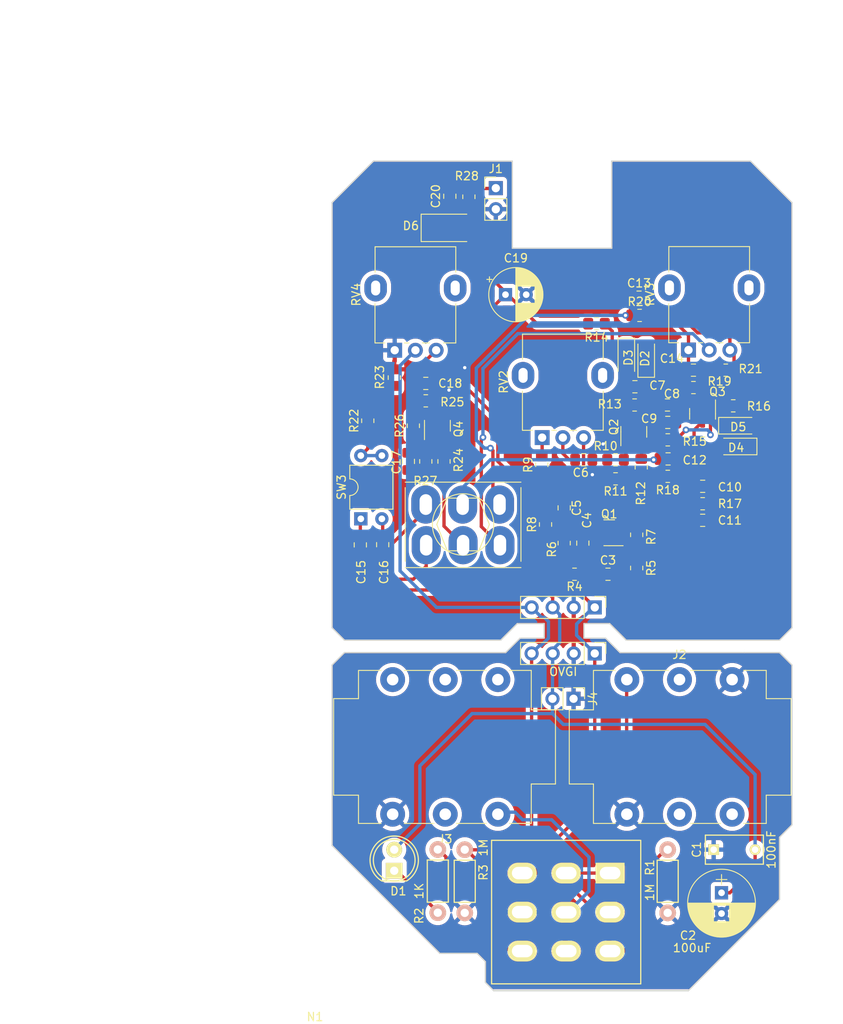
<source format=kicad_pcb>
(kicad_pcb (version 20221018) (generator pcbnew)
  (layers (0 "F.Cu" signal) (31 "B.Cu" signal) (34 "B.Paste" user) (35 "F.Paste" user) (36 "B.SilkS" user "B.Silkscreen") (37 "F.SilkS" user "F.Silkscreen") (38 "B.Mask" user) (39 "F.Mask" user) (44 "Edge.Cuts" user))
  (net 0 "")
  (net 1 "GND")
  (net 2 "+9V")
  (net 3 "Net-(D1-K)")
  (net 4 "O")
  (net 5 "I")
  (net 6 "Net-(SW1C-C)")
  (net 7 "Net-(C3-Pad1)")
  (net 8 "Net-(Q1-B)")
  (net 9 "Net-(Q1-C)")
  (net 10 "Net-(SW1A-A)")
  (net 13 "Net-(C5-Pad2)")
  (net 14 "Net-(C6-Pad1)")
  (net 15 "Net-(C6-Pad2)")
  (net 17 "Net-(SW1A-B)")
  (net 21 "Net-(SW1B-B)")
  (net 23 "Net-(D2-K)")
  (net 24 "Net-(Q2-C)")
  (net 25 "Net-(D2-A)")
  (net 26 "Net-(C9-Pad2)")
  (net 27 "Net-(D4-A)")
  (net 28 "Net-(Q3-C)")
  (net 29 "Net-(D4-K)")
  (net 30 "A")
  (net 31 "Net-(SW2A-C)")
  (net 32 "Net-(C13-Pad2)")
  (net 33 "Net-(C14-Pad2)")
  (net 34 "Net-(SW2A-A)")
  (net 35 "Net-(C15-Pad2)")
  (net 36 "Net-(C16-Pad2)")
  (net 37 "Net-(Q4-B)")
  (net 38 "Net-(SW2B-B)")
  (net 39 "Net-(C18-Pad1)")
  (net 40 "Net-(Q4-C)")
  (net 41 "VP")
  (net 42 "Net-(Q1-E)")
  (net 43 "Net-(Q2-E)")
  (net 44 "Net-(Q3-E)")
  (net 45 "Net-(Q4-E)")
  (net 46 "Net-(R9-Pad2)")
  (net 47 "Net-(R22-Pad1)")
  (net 48 "Net-(SW2B-A)")
  (net 49 "Net-(SW2B-C)")
  (footprint "Pedal-Components:3PDT-Footswitch" (layer "F.Cu") (at 143.25 142.525 180)
    (fp_text reference "SW1" hide)
    (fp_text value "SW_3PDT" hide)
  )
  (footprint "Connector_Audio:Jack_6.35mm_Neutrik_NMJ6HCD2_Horizontal" (layer "F.Cu") (at 135.01 130.73 180)
    (fp_text reference "J3")
    (fp_text value "NMJ6HCD2")
  )
  (footprint "Connector_PinHeader_2.54mm:PinHeader_1x02_P2.54mm_Vertical" (layer "F.Cu") (at 134.76 55.26)
    (fp_text reference "J1")
    (fp_text value "V+ GND")
  )
  (footprint "Pin_Headers:Pin_Header_Straight_1x04_Pitch2.54mm" (layer "F.Cu") (at 146.7 111.35 -90)
    (fp_text reference "JOVGI1" hide)
    (fp_text value "OVGI")
  )
  (footprint "Pin_Headers:Pin_Header_Straight_1x04_Pitch2.54mm" (layer "F.Cu") (at 146.7 105.8 -90)
    (fp_text reference "JOVGI2" hide)
    (fp_text value "OVGI" hide)
  )
  (footprint "Capacitors_THT:CP_Radial_D8.0mm_P2.50mm" (layer "F.Cu") (at 162 140.2 -90)
    (fp_text reference "C2")
    (fp_text value "100uF")
  )
  (footprint "LEDs:LED-5MM" (layer "F.Cu") (at 122.5 137.54 90)
    (fp_text reference "D1")
    (fp_text value "LED" hide)
  )
  (footprint "Resistors_ThroughHole:Resistor_Horizontal_RM7mm" (layer "F.Cu") (at 155.5 135 -90)
    (fp_text reference "R1")
    (fp_text value "1M")
  )
  (footprint "Resistors_ThroughHole:Resistor_Horizontal_RM7mm" (layer "F.Cu") (at 127.76 142.6 90)
    (fp_text reference "R2")
    (fp_text value "1K")
  )
  (footprint "Resistors_ThroughHole:Resistor_Horizontal_RM7mm" (layer "F.Cu") (at 131.01 135 -90)
    (fp_text reference "R3")
    (fp_text value "1M")
  )
  (footprint "Capacitors_ThroughHole:C_Rect_L7_W3.5_P5" (layer "F.Cu") (at 161.05 135)
    (fp_text reference "C1")
    (fp_text value "100nF")
  )
  (footprint "Connector_PinHeader_2.54mm:PinHeader_1x02_P2.54mm_Vertical" (layer "F.Cu") (at 144.14 116.81 -90)
    (fp_text reference "J4")
    (fp_text value "V+ GND")
  )
  (footprint "Connector_Audio:Jack_6.35mm_Neutrik_NMJ6HCD2_Horizontal" (layer "F.Cu") (at 150.575 114.5)
    (fp_text reference "J2")
    (fp_text value "NMJ6HCD2")
  )
  (footprint "Capacitor_SMD:C_0805_2012Metric_Pad1.18x1.45mm_HandSolder" (layer "F.Cu") (at 121.11 98.2375 90)
    (fp_text reference "C16")
    (fp_text value "10n")
  )
  (footprint "Capacitor_SMD:C_0805_2012Metric_Pad1.18x1.45mm_HandSolder" (layer "F.Cu") (at 124.21 88.2 -90)
    (fp_text reference "C17")
    (fp_text value "100n")
  )
  (footprint "Capacitor_SMD:C_0805_2012Metric_Pad1.18x1.45mm_HandSolder" (layer "F.Cu") (at 145.3725 88)
    (fp_text reference "C6")
    (fp_text value "100n")
  )
  (footprint "Capacitor_SMD:C_0805_2012Metric_Pad1.18x1.45mm_HandSolder" (layer "F.Cu") (at 158.61 77.2 180)
    (fp_text reference "C14")
    (fp_text value "10n")
  )
  (footprint "Potentiometer_THT:Potentiometer_Alpha_RD901F-40-00D_Single_Vertical" (layer "F.Cu") (at 140.35 85.33 90)
    (fp_text reference "RV2")
    (fp_text value "100kB")
  )
  (footprint "Pedal-Components:SW_Toggle_Blue_wSlots_1" (layer "F.Cu") (at 130.81 95.8)
    (fp_text reference "SW2" hide)
    (fp_text value "SW_DPDT_x2")
  )
  (footprint "Diode_SMD:D_SMA" (layer "F.Cu") (at 129.26 60.05)
    (fp_text reference "D6")
    (fp_text value "US1G")
  )
  (footprint "Capacitor_SMD:C_0805_2012Metric_Pad1.18x1.45mm_HandSolder" (layer "F.Cu") (at 155.5475 87.9 180)
    (fp_text reference "C12")
    (fp_text value "100n")
  )
  (footprint "Resistor_SMD:R_0805_2012Metric_Pad1.20x1.40mm_HandSolder" (layer "F.Cu") (at 159.7225 93.3 180)
    (fp_text reference "R17")
    (fp_text value "470k")
  )
  (footprint "Package_TO_SOT_SMD:SOT-23" (layer "F.Cu") (at 148.4475 96.8 180)
    (fp_text reference "Q1")
    (fp_text value "BC849")
  )
  (footprint "Capacitor_SMD:C_0805_2012Metric_Pad1.18x1.45mm_HandSolder" (layer "F.Cu") (at 151.5475 79.2)
    (fp_text reference "C7")
    (fp_text value "470p")
  )
  (footprint "Capacitor_THT:CP_Radial_D6.3mm_P2.50mm" (layer "F.Cu") (at 135.927621 68.1)
    (fp_text reference "C19")
    (fp_text value "100u")
  )
  (footprint "Resistor_SMD:R_0805_2012Metric_Pad1.20x1.40mm_HandSolder" (layer "F.Cu") (at 151.76 97.05 90)
    (fp_text reference "R7")
    (fp_text value "100R")
  )
  (footprint "Resistor_SMD:R_0805_2012Metric_Pad1.20x1.40mm_HandSolder" (layer "F.Cu") (at 128.51 88.2 90)
    (fp_text reference "R24")
    (fp_text value "2k7")
  )
  (footprint "Resistor_SMD:R_0805_2012Metric_Pad1.20x1.40mm_HandSolder" (layer "F.Cu") (at 163.41 81.5 180)
    (fp_text reference "R16")
    (fp_text value "100k")
  )
  (footprint "Capacitor_SMD:C_0805_2012Metric_Pad1.18x1.45mm_HandSolder" (layer "F.Cu") (at 143.01 93.8 90)
    (fp_text reference "C5")
    (fp_text value "100n")
  )
  (footprint "Resistor_SMD:R_0805_2012Metric_Pad1.20x1.40mm_HandSolder" (layer "F.Cu") (at 119.31 83.3 90)
    (fp_text reference "R22")
    (fp_text value "47k")
  )
  (footprint "Resistor_SMD:R_0805_2012Metric_Pad1.20x1.40mm_HandSolder" (layer "F.Cu") (at 149.21 88)
    (fp_text reference "R10")
    (fp_text value "8k2")
  )
  (footprint "Resistor_SMD:R_0805_2012Metric_Pad1.20x1.40mm_HandSolder" (layer "F.Cu") (at 155.51 85.6)
    (fp_text reference "R15")
    (fp_text value "8k2")
  )
  (footprint "Capacitor_SMD:C_0805_2012Metric_Pad1.18x1.45mm_HandSolder" (layer "F.Cu") (at 152.0475 68.4)
    (fp_text reference "C13")
    (fp_text value "3n9")
  )
  (footprint "Diode_SMD:D_SOD-123" (layer "F.Cu") (at 152.91 75.7 90)
    (fp_text reference "D2")
    (fp_text value "1N4148W")
  )
  (footprint "Capacitor_SMD:C_0805_2012Metric_Pad1.18x1.45mm_HandSolder" (layer "F.Cu") (at 159.7225 91.2 180)
    (fp_text reference "C10")
    (fp_text value "470p")
  )
  (footprint "Resistor_SMD:R_0805_2012Metric_Pad1.20x1.40mm_HandSolder" (layer "F.Cu") (at 162.51 77.2)
    (fp_text reference "R21")
    (fp_text value "33k")
  )
  (footprint "Resistor_SMD:R_0805_2012Metric_Pad1.20x1.40mm_HandSolder" (layer "F.Cu") (at 152.31 88.9 90)
    (fp_text reference "R12")
    (fp_text value "100R")
  )
  (footprint "Resistor_SMD:R_0805_2012Metric_Pad1.20x1.40mm_HandSolder" (layer "F.Cu") (at 146.91 71.6 180)
    (fp_text reference "R14")
    (fp_text value "12k")
  )
  (footprint "Resistor_SMD:R_0805_2012Metric_Pad1.20x1.40mm_HandSolder" (layer "F.Cu") (at 140.31 88.6 90)
    (fp_text reference "R9")
    (fp_text value "560R")
  )
  (footprint "Resistor_SMD:R_0805_2012Metric_Pad1.20x1.40mm_HandSolder" (layer "F.Cu") (at 131.51 56.3 -90)
    (fp_text reference "R28")
    (fp_text value "100R")
  )
  (footprint "Resistor_SMD:R_0805_2012Metric_Pad1.20x1.40mm_HandSolder" (layer "F.Cu") (at 143.01 98.05 90)
    (fp_text reference "R6")
    (fp_text value "470k")
  )
  (footprint "Capacitor_SMD:C_0805_2012Metric_Pad1.18x1.45mm_HandSolder" (layer "F.Cu") (at 129.21 56.2375 -90)
    (fp_text reference "C20")
    (fp_text value "100n")
  )
  (footprint "Diode_SMD:D_SOD-123" (layer "F.Cu") (at 164.01 83.9)
    (fp_text reference "D5")
    (fp_text value "1N4148W")
  )
  (footprint "Resistor_SMD:R_0805_2012Metric_Pad1.20x1.40mm_HandSolder" (layer "F.Cu") (at 126.31 88.2 90)
    (fp_text reference "R27")
    (fp_text value "100k")
  )
  (footprint "Resistor_SMD:R_0805_2012Metric_Pad1.20x1.40mm_HandSolder" (layer "F.Cu") (at 122.51 78.1 -90)
    (fp_text reference "R23")
    (fp_text value "47k")
  )
  (footprint "Capacitor_SMD:C_0805_2012Metric_Pad1.18x1.45mm_HandSolder" (layer "F.Cu") (at 155.51 83.5)
    (fp_text reference "C9")
    (fp_text value "100n")
  )
  (footprint "Resistor_SMD:R_0805_2012Metric_Pad1.20x1.40mm_HandSolder" (layer "F.Cu") (at 155.51 90 180)
    (fp_text reference "R18")
    (fp_text value "12k")
  )
  (footprint "Capacitor_SMD:C_0805_2012Metric_Pad1.18x1.45mm_HandSolder" (layer "F.Cu") (at 159.7225 95.3 180)
    (fp_text reference "C11")
    (fp_text value "100n")
  )
  (footprint "Capacitor_SMD:C_0805_2012Metric_Pad1.18x1.45mm_HandSolder" (layer "F.Cu") (at 126.31 78.8)
    (fp_text reference "C18")
    (fp_text value "100n")
  )
  (footprint "Capacitor_SMD:C_0805_2012Metric_Pad1.18x1.45mm_HandSolder" (layer "F.Cu") (at 155.4725 81.4 180)
    (fp_text reference "C8")
    (fp_text value "100n")
  )
  (footprint "Diode_SMD:D_SOD-123" (layer "F.Cu") (at 163.91 86.4 180)
    (fp_text reference "D4")
    (fp_text value "1N4148W")
  )
  (footprint "Potentiometer_THT:Potentiometer_Alpha_RD901F-40-00D_Single_Vertical" (layer "F.Cu") (at 122.56 74.8 90)
    (fp_text reference "RV4")
    (fp_text value "100kB")
  )
  (footprint "Resistor_SMD:R_0805_2012Metric_Pad1.20x1.40mm_HandSolder" (layer "F.Cu") (at 140.76 95.8 90)
    (fp_text reference "R8")
    (fp_text value "12k")
  )
  (footprint "Capacitor_SMD:C_0805_2012Metric_Pad1.18x1.45mm_HandSolder" (layer "F.Cu") (at 145.26 98.05 90)
    (fp_text reference "C4")
    (fp_text value "470p")
  )
  (footprint "Package_TO_SOT_SMD:SOT-23" (layer "F.Cu") (at 159.71 82.4625 -90)
    (fp_text reference "Q3")
    (fp_text value "BC849")
  )
  (footprint "Resistor_SMD:R_0805_2012Metric_Pad1.20x1.40mm_HandSolder" (layer "F.Cu") (at 124.81 83.9 90)
    (fp_text reference "R26")
    (fp_text value "470k")
  )
  (footprint "Package_DIP:DIP-4_W7.62mm" (layer "F.Cu") (at 118.47 95.12 90)
    (fp_text reference "SW3")
    (fp_text value "SW_DIP_x02")
  )
  (footprint "Potentiometer_THT:Potentiometer_Alpha_RD901F-40-00D_Single_Vertical" (layer "F.Cu") (at 158.01 74.775 90)
    (fp_text reference "RV3")
    (fp_text value "100kB")
  )
  (footprint "Resistor_SMD:R_0805_2012Metric_Pad1.20x1.40mm_HandSolder" (layer "F.Cu") (at 126.31 80.9 180)
    (fp_text reference "R25")
    (fp_text value "12k")
  )
  (footprint "Capacitor_SMD:C_0805_2012Metric_Pad1.18x1.45mm_HandSolder" (layer "F.Cu") (at 118.41 98.2625 90)
    (fp_text reference "C15")
    (fp_text value "4n7")
  )
  (footprint "Capacitor_SMD:C_0805_2012Metric_Pad1.18x1.45mm_HandSolder" (layer "F.Cu") (at 148.2975 101.8)
    (fp_text reference "C3")
    (fp_text value "100n")
  )
  (footprint "Pedal-Components:1590B" (layer "F.Cu") (at 112.94 154.659085)
    (fp_text reference "N1")
    (fp_text value "Housing")
  )
  (footprint "Resistor_SMD:R_0805_2012Metric_Pad1.20x1.40mm_HandSolder" (layer "F.Cu") (at 149.21 90.3)
    (fp_text reference "R11")
    (fp_text value "100k")
  )
  (footprint "Diode_SMD:D_SOD-123" (layer "F.Cu") (at 150.51 75.7 -90)
    (fp_text reference "D3")
    (fp_text value "1N4148W")
  )
  (footprint "Resistor_SMD:R_0805_2012Metric_Pad1.20x1.40mm_HandSolder" (layer "F.Cu") (at 151.51 81.4)
    (fp_text reference "R13")
    (fp_text value "470k")
  )
  (footprint "Resistor_SMD:R_0805_2012Metric_Pad1.20x1.40mm_HandSolder" (layer "F.Cu") (at 158.61 79.3)
    (fp_text reference "R19")
    (fp_text value "100R")
  )
  (footprint "Resistor_SMD:R_0805_2012Metric_Pad1.20x1.40mm_HandSolder" (layer "F.Cu") (at 144.26 101.8)
    (fp_text reference "R4")
    (fp_text value "33k")
  )
  (footprint "Package_TO_SOT_SMD:SOT-23" (layer "F.Cu") (at 127.71 83.9 90)
    (fp_text reference "Q4")
    (fp_text value "BC849")
  )
  (footprint "Resistor_SMD:R_0805_2012Metric_Pad1.20x1.40mm_HandSolder" (layer "F.Cu") (at 151.76 101.05 90)
    (fp_text reference "R5")
    (fp_text value "100k")
  )
  (footprint "Resistor_SMD:R_0805_2012Metric_Pad1.20x1.40mm_HandSolder" (layer "F.Cu") (at 152.11 70.6)
    (fp_text reference "R20")
    (fp_text value "33k")
  )
  (footprint "Package_TO_SOT_SMD:SOT-23" (layer "F.Cu") (at 151.41 84.6375 90)
    (fp_text reference "Q2")
    (fp_text value "BC849")
  )
  (gr_line (start 145.4 107.75) (end 148.5 107.75) (stroke (width 0.15)) (layer "Edge.Cuts"))
  (gr_line (start 137.7 109.5) (end 140.6 109.5) (stroke (width 0.15)) (layer "Edge.Cuts"))
  (gr_line (start 128 147.5) (end 127 146.5) (stroke (width 0.15)) (layer "Edge.Cuts"))
  (gr_line (start 115 134.5) (end 115 121) (stroke (width 0.15)) (layer "Edge.Cuts"))
  (gr_line (start 135.35 109.75) (end 116.5 109.75) (stroke (width 0.15)) (layer "Edge.Cuts"))
  (gr_line (start 145.4 109.5) (end 148 109.5) (stroke (width 0.15)) (layer "Edge.Cuts"))
  (gr_line (start 148.75 62.5) (end 148.75 52) (stroke (width 0.15)) (layer "Edge.Cuts"))
  (gr_line (start 127 146.5) (end 115 134.5) (stroke (width 0.15)) (layer "Edge.Cuts"))
  (gr_line (start 115 57) (end 115 108.25) (stroke (width 0.15)) (layer "Edge.Cuts"))
  (gr_line (start 169 141) (end 158 152) (stroke (width 0.15)) (layer "Edge.Cuts"))
  (gr_line (start 133.5 151) (end 133.5 148.5) (stroke (width 0.15)) (layer "Edge.Cuts"))
  (gr_line (start 149.75 111.25) (end 164.75 111.25) (stroke (width 0.15)) (layer "Edge.Cuts"))
  (gr_line (start 148.5 107.75) (end 150.5 109.75) (stroke (width 0.15)) (layer "Edge.Cuts"))
  (gr_line (start 165.5 52) (end 170.5 57) (stroke (width 0.15)) (layer "Edge.Cuts"))
  (gr_line (start 169 109.75) (end 170.5 108.25) (stroke (width 0.15)) (layer "Edge.Cuts"))
  (gr_line (start 169 133.5) (end 170.5 132) (stroke (width 0.15)) (layer "Edge.Cuts"))
  (gr_line (start 116.5 109.75) (end 115 108.25) (stroke (width 0.15)) (layer "Edge.Cuts"))
  (gr_line (start 140.6 107.75) (end 140.6 109.5) (stroke (width 0.15)) (layer "Edge.Cuts"))
  (gr_line (start 137.35 107.75) (end 135.35 109.75) (stroke (width 0.15)) (layer "Edge.Cuts"))
  (gr_line (start 115 57) (end 120 52) (stroke (width 0.15)) (layer "Edge.Cuts"))
  (gr_line (start 170.5 85) (end 170.5 57) (stroke (width 0.15)) (layer "Edge.Cuts"))
  (gr_line (start 136.75 62.5) (end 148.75 62.5) (stroke (width 0.15)) (layer "Edge.Cuts"))
  (gr_line (start 136.75 52) (end 120 52) (stroke (width 0.15)) (layer "Edge.Cuts"))
  (gr_line (start 170.5 112.75) (end 169 111.25) (stroke (width 0.15)) (layer "Edge.Cuts"))
  (gr_line (start 135.95 111.25) (end 117 111.25) (stroke (width 0.15)) (layer "Edge.Cuts"))
  (gr_line (start 134.5 152) (end 158 152) (stroke (width 0.15)) (layer "Edge.Cuts"))
  (gr_line (start 116.5 109.75) (end 116.5 109.75) (stroke (width 0.15)) (layer "Edge.Cuts"))
  (gr_line (start 137.7 109.5) (end 135.95 111.25) (stroke (width 0.15)) (layer "Edge.Cuts"))
  (gr_line (start 169 133.5) (end 169 141) (stroke (width 0.15)) (layer "Edge.Cuts"))
  (gr_line (start 170.5 108.25) (end 170.5 85) (stroke (width 0.15)) (layer "Edge.Cuts"))
  (gr_line (start 136.75 52) (end 136.75 62.5) (stroke (width 0.15)) (layer "Edge.Cuts"))
  (gr_line (start 134.5 152) (end 133.5 151) (stroke (width 0.15)) (layer "Edge.Cuts"))
  (gr_line (start 133.5 148.5) (end 132.5 147.5) (stroke (width 0.15)) (layer "Edge.Cuts"))
  (gr_line (start 115 112.75) (end 115 121) (stroke (width 0.15)) (layer "Edge.Cuts"))
  (gr_line (start 148.75 52) (end 165.5 52) (stroke (width 0.15)) (layer "Edge.Cuts"))
  (gr_line (start 132.5 147.5) (end 128.5 147.5) (stroke (width 0.15)) (layer "Edge.Cuts"))
  (gr_line (start 145.4 107.75) (end 145.4 109.5) (stroke (width 0.15)) (layer "Edge.Cuts"))
  (gr_line (start 169 111.25) (end 164.75 111.25) (stroke (width 0.15)) (layer "Edge.Cuts"))
  (gr_line (start 116.5 111.25) (end 115 112.75) (stroke (width 0.15)) (layer "Edge.Cuts"))
  (gr_line (start 148 109.5) (end 149.75 111.25) (stroke (width 0.15)) (layer "Edge.Cuts"))
  (gr_line (start 170.5 132) (end 170.5 112.75) (stroke (width 0.15)) (layer "Edge.Cuts"))
  (gr_line (start 128.5 147.5) (end 128 147.5) (stroke (width 0.15)) (layer "Edge.Cuts"))
  (gr_line (start 137.35 107.75) (end 140.6 107.75) (stroke (width 0.15)) (layer "Edge.Cuts"))
  (gr_line (start 150.5 109.75) (end 169 109.75) (stroke (width 0.15)) (layer "Edge.Cuts"))
  (gr_line (start 117 111.25) (end 116.5 111.25) (stroke (width 0.15)) (layer "Edge.Cuts"))
  (via (at 129.11 79.6) (size 0.8) (drill 0.4) (layers "F.Cu" "B.Cu") (net 1))
  (via (at 131.01 76.9) (size 0.8) (drill 0.4) (layers "F.Cu" "B.Cu") (net 1))
  (via (at 147.71 86.1) (size 0.8) (drill 0.4) (layers "F.Cu" "B.Cu") (net 1))
  (via (at 146.41 89.8) (size 0.8) (drill 0.4) (layers "F.Cu" "B.Cu") (net 1))
  (segment (start 120.91 53.1) (end 116.31 57.7) (width 0.4) (layer "F.Cu") (net 2))
  (segment (start 162 140.2) (end 163 140.2) (width 0.4) (layer "F.Cu") (net 2))
  (segment (start 141.62 104.61) (end 141.62 105.8) (width 0.4) (layer "F.Cu") (net 2))
  (segment (start 131.51 55.3) (end 131.51 53.8) (width 0.4) (layer "F.Cu") (net 2))
  (segment (start 163 140.2) (end 166.05 137.15) (width 0.4) (layer "F.Cu") (net 2))
  (segment (start 166.05 137.15) (end 166.05 135) (width 0.4) (layer "F.Cu") (net 2))
  (segment (start 140.71 103.7) (end 141.62 104.61) (width 0.4) (layer "F.Cu") (net 2))
  (segment (start 116.31 102.2) (end 117.81 103.7) (width 0.4) (layer "F.Cu") (net 2))
  (segment (start 130.81 53.1) (end 120.91 53.1) (width 0.4) (layer "F.Cu") (net 2))
  (segment (start 117.81 103.7) (end 140.71 103.7) (width 0.4) (layer "F.Cu") (net 2))
  (segment (start 116.31 57.7) (end 116.31 102.2) (width 0.4) (layer "F.Cu") (net 2))
  (segment (start 131.51 55.3) (end 134.72 55.3) (width 0.4) (layer "F.Cu") (net 2))
  (segment (start 134.72 55.3) (end 134.76 55.26) (width 0.4) (layer "F.Cu") (net 2))
  (segment (start 131.51 53.8) (end 130.81 53.1) (width 0.4) (layer "F.Cu") (net 2))
  (segment (start 125.6 131.9) (end 122.5 135) (width 0.4) (layer "B.Cu") (net 2))
  (segment (start 141.6 118.6) (end 142.9 119.9) (width 0.4) (layer "B.Cu") (net 2))
  (segment (start 131.9 118.6) (end 125.6 124.9) (width 0.4) (layer "B.Cu") (net 2))
  (segment (start 142.47 110.04) (end 141.62 110.89) (width 0.4) (layer "B.Cu") (net 2))
  (segment (start 141.62 111.35) (end 141.62 112.552081) (width 0.4) (layer "B.Cu") (net 2))
  (segment (start 141.6 112.572081) (end 141.6 118.1) (width 0.4) (layer "B.Cu") (net 2))
  (segment (start 160 119.9) (end 166.05 125.95) (width 0.4) (layer "B.Cu") (net 2))
  (segment (start 141.6 118.1) (end 141.6 118.6) (width 0.4) (layer "B.Cu") (net 2))
  (segment (start 125.6 124.9) (end 125.6 131.9) (width 0.4) (layer "B.Cu") (net 2))
  (segment (start 141.6 116.81) (end 141.6 118.1) (width 0.4) (layer "B.Cu") (net 2))
  (segment (start 142.9 119.9) (end 160 119.9) (width 0.4) (layer "B.Cu") (net 2))
  (segment (start 141.62 112.552081) (end 141.6 112.572081) (width 0.4) (layer "B.Cu") (net 2))
  (segment (start 141.62 105.8) (end 142.47 106.65) (width 0.4) (layer "B.Cu") (net 2))
  (segment (start 166.05 125.95) (end 166.05 135) (width 0.4) (layer "B.Cu") (net 2))
  (segment (start 141.62 110.89) (end 141.62 111.35) (width 0.4) (layer "B.Cu") (net 2))
  (segment (start 142.47 106.65) (end 142.47 110.04) (width 0.4) (layer "B.Cu") (net 2))
  (segment (start 141.6 118.6) (end 131.9 118.6) (width 0.4) (layer "B.Cu") (net 2))
  (segment (start 122.75 137.5) (end 127.75 142.5) (width 0.4) (layer "F.Cu") (net 3))
  (segment (start 122.5 137.5) (end 122.75 137.5) (width 0.4) (layer "F.Cu") (net 3))
  (segment (start 139.08 111.35) (end 139.08 132.92) (width 0.4) (layer "F.Cu") (net 4))
  (segment (start 131 135.02) (end 131.22 135.02) (width 0.4) (layer "F.Cu") (net 4))
  (segment (start 140.6 143.425) (end 143.25 146.075) (width 0.4) (layer "F.Cu") (net 4))
  (segment (start 136.98 135.02) (end 131 135.02) (width 0.4) (layer "F.Cu") (net 4))
  (segment (start 139.08 132.92) (end 136.98 135.02) (width 0.4) (layer "F.Cu") (net 4))
  (segment (start 131.22 135.02) (end 136.4 140.2) (width 0.4) (layer "F.Cu") (net 4))
  (segment (start 143.25 146.075) (end 143.25 147.225) (width 0.4) (layer "F.Cu") (net 4))
  (segment (start 140.6 141.6) (end 140.6 143.425) (width 0.4) (layer "F.Cu") (net 4))
  (segment (start 139.2 140.2) (end 140.6 141.6) (width 0.4) (layer "F.Cu") (net 4))
  (segment (start 136.4 140.2) (end 139.2 140.2) (width 0.4) (layer "F.Cu") (net 4))
  (segment (start 139.08 105.8) (end 140.28 107) (width 0.4) (layer "B.Cu") (net 4))
  (segment (start 123.21 76.65) (end 123.21 101.4) (width 0.4) (layer "B.Cu") (net 4))
  (segment (start 140.61 107) (end 141.11 107.5) (width 0.4) (layer "B.Cu") (net 4))
  (segment (start 123.21 101.4) (end 127.61 105.8) (width 0.4) (layer "B.Cu") (net 4))
  (segment (start 140.01 110.42) (end 139.08 111.35) (width 0.4) (layer "B.Cu") (net 4))
  (segment (start 141.11 107.5) (end 141.11 109.5) (width 0.4) (layer "B.Cu") (net 4))
  (segment (start 125.06 74.8) (end 123.21 76.65) (width 0.4) (layer "B.Cu") (net 4))
  (segment (start 141.11 109.5) (end 140.21 110.4) (width 0.4) (layer "B.Cu") (net 4))
  (segment (start 140.28 107) (end 140.61 107) (width 0.4) (layer "B.Cu") (net 4))
  (segment (start 140.01 110.4) (end 140.01 110.42) (width 0.4) (layer "B.Cu") (net 4))
  (segment (start 127.61 105.8) (end 139.08 105.8) (width 0.4) (layer "B.Cu") (net 4))
  (segment (start 140.21 110.4) (end 140.01 110.4) (width 0.4) (layer "B.Cu") (net 4))
  (segment (start 148.55 146.075) (end 145.9 143.425) (width 0.4) (layer "F.Cu") (net 5))
  (segment (start 151.925 145.575) (end 152.5 145) (width 0.4) (layer "F.Cu") (net 5))
  (segment (start 148.55 147.225) (end 148.55 146.075) (width 0.4) (layer "F.Cu") (net 5))
  (segment (start 152.5 145) (end 152.5 141.5) (width 0.4) (layer "F.Cu") (net 5))
  (segment (start 146.7 111.35) (end 146.7 122.94) (width 0.4) (layer "F.Cu") (net 5))
  (segment (start 141.6 140.1) (end 140.5 139) (width 0.4) (layer "F.Cu") (net 5))
  (segment (start 145 130.8) (end 145 124.64) (width 0.4) (layer "F.Cu") (net 5))
  (segment (start 139.8 137.525) (end 139.8 136) (width 0.4) (layer "F.Cu") (net 5))
  (segment (start 151.9 145.575) (end 151.925 145.575) (width 0.4) (layer "F.Cu") (net 5))
  (segment (start 145 124.64) (end 146.7 122.94) (width 0.4) (layer "F.Cu") (net 5))
  (segment (start 154 140) (end 154 136.25) (width 0.4) (layer "F.Cu") (net 5))
  (segment (start 139.825 137.825) (end 139.5 137.825) (width 0.4) (layer "F.Cu") (net 5))
  (segment (start 139.8 136) (end 145 130.8) (width 0.4) (layer "F.Cu") (net 5))
  (segment (start 140.5 138.5) (end 139.825 137.825) (width 0.4) (layer "F.Cu") (net 5))
  (segment (start 154 136.25) (end 155.5 134.75) (width 0.4) (layer "F.Cu") (net 5))
  (segment (start 143.26 102.36) (end 143.26 101.8) (width 0.4) (layer "F.Cu") (net 5))
  (segment (start 140.5 139) (end 140.5 138.5) (width 0.4) (layer "F.Cu") (net 5))
  (segment (start 145.9 141.6) (end 144.4 140.1) (width 0.4) (layer "F.Cu") (net 5))
  (segment (start 150.25 147.225) (end 151.9 145.575) (width 0.4) (layer "F.Cu") (net 5))
  (segment (start 137.95 137.825) (end 139.5 137.825) (width 0.4) (layer "F.Cu") (net 5))
  (segment (start 148.55 147.225) (end 150.25 147.225) (width 0.4) (layer "F.Cu") (net 5))
  (segment (start 144.4 140.1) (end 141.6 140.1) (width 0.4) (layer "F.Cu") (net 5))
  (segment (start 146.7 105.8) (end 143.26 102.36) (width 0.4) (layer "F.Cu") (net 5))
  (segment (start 139.5 137.825) (end 139.8 137.525) (width 0.4) (layer "F.Cu") (net 5))
  (segment (start 145.9 143.425) (end 145.9 141.6) (width 0.4) (layer "F.Cu") (net 5))
  (segment (start 152.5 141.5) (end 154 140) (width 0.4) (layer "F.Cu") (net 5))
  (segment (start 146.7 105.8) (end 146.51 105.8) (width 0.4) (layer "B.Cu") (net 5))
  (segment (start 146.51 105.8) (end 144.51 107.8) (width 0.4) (layer "B.Cu") (net 5))
  (segment (start 144.51 109.16) (end 146.7 111.35) (width 0.4) (layer "B.Cu") (net 5))
  (segment (start 144.51 107.8) (end 144.51 109.16) (width 0.4) (layer "B.Cu") (net 5))
  (segment (start 133.2 139.9) (end 134.2 140.9) (width 0.4) (layer "F.Cu") (net 6))
  (segment (start 130.9 139.9) (end 133.2 139.9) (width 0.4) (layer "F.Cu") (net 6))
  (segment (start 137.725 147) (end 137.95 147.225) (width 0.4) (layer "F.Cu") (net 6))
  (segment (start 128.749489 137.749489) (end 130.9 139.9) (width 0.4) (layer "F.Cu") (net 6))
  (segment (start 128.749489 135.879489) (end 128.749489 137.749489) (width 0.4) (layer "F.Cu") (net 6))
  (segment (start 134.2 140.9) (end 134.2 145.1) (width 0.4) (layer "F.Cu") (net 6))
  (segment (start 127.75 135) (end 127.87 135) (width 0.4) (layer "F.Cu") (net 6))
  (segment (start 127.87 135) (end 128.749489 135.879489) (width 0.4) (layer "F.Cu") (net 6))
  (segment (start 134.2 145.1) (end 136.1 147) (width 0.4) (layer "F.Cu") (net 6))
  (segment (start 136.1 147) (end 137.725 147) (width 0.4) (layer "F.Cu") (net 6))
  (segment (start 145.26 101.8) (end 147.26 101.8) (width 0.4) (layer "F.Cu") (net 7))
  (segment (start 151.51 99.8) (end 149.335 99.8) (width 0.4) (layer "F.Cu") (net 8))
  (segment (start 149.335 98.8) (end 149.335 97.8) (width 0.4) (layer "F.Cu") (net 8))
  (segment (start 143.01 99.05) (end 149.085 99.05) (width 0.4) (layer "F.Cu") (net 8))
  (segment (start 149.335 101.8) (end 149.335 99.8) (width 0.4) (layer "F.Cu") (net 8))
  (segment (start 149.335 97.8) (end 149.385 97.75) (width 0.4) (layer "F.Cu") (net 8))
  (segment (start 149.335 99.8) (end 149.335 98.8) (width 0.4) (layer "F.Cu") (net 8))
  (segment (start 149.085 99.05) (end 149.335 98.8) (width 0.4) (layer "F.Cu") (net 8))
  (segment (start 151.76 100.05) (end 151.51 99.8) (width 0.4) (layer "F.Cu") (net 8))
  (segment (start 143.01 94.8375) (end 143.01 97.05) (width 0.4) (layer "F.Cu") (net 9))
  (segment (start 140.76 96.8) (end 147.51 96.8) (width 0.4) (layer "F.Cu") (net 9))
  (segment (start 143.25 137.825) (end 148.55 137.825) (width 0.4) (layer "F.Cu") (net 10))
  (segment (start 145.35 90.4225) (end 145.35 85.33) (width 0.4) (layer "F.Cu") (net 13))
  (segment (start 143.01 92.7625) (end 145.35 90.4225) (width 0.4) (layer "F.Cu") (net 13))
  (segment (start 143.61 88) (end 142.85 87.24) (width 0.4) (layer "F.Cu") (net 14))
  (segment (start 144.335 88) (end 143.61 88) (width 0.4) (layer "F.Cu") (net 14))
  (segment (start 142.85 87.24) (end 142.85 85.33) (width 0.4) (layer "F.Cu") (net 14))
  (segment (start 146.41 88) (end 148.21 88) (width 0.4) (layer "F.Cu") (net 15))
  (segment (start 150.55 125.42) (end 150.55 114.53) (width 0.4) (layer "F.Cu") (net 17))
  (segment (start 151.5 139.5) (end 151.5 135.82) (width 0.4) (layer "F.Cu") (net 17))
  (segment (start 148.66 134.01) (end 147.48 132.83) (width 0.4) (layer "F.Cu") (net 17))
  (segment (start 148.55 142.45) (end 151.5 139.5) (width 0.4) (layer "F.Cu") (net 17))
  (segment (start 148.55 142.525) (end 148.55 142.45) (width 0.4) (layer "F.Cu") (net 17))
  (segment (start 149.69 134.01) (end 148.66 134.01) (width 0.4) (layer "F.Cu") (net 17))
  (segment (start 147.48 132.83) (end 147.48 128.49) (width 0.4) (layer "F.Cu") (net 17))
  (segment (start 147.48 128.49) (end 150.55 125.42) (width 0.4) (layer "F.Cu") (net 17))
  (segment (start 151.5 135.82) (end 149.69 134.01) (width 0.4) (layer "F.Cu") (net 17))
  (segment (start 143.45 142.55) (end 143.25 142.55) (width 0.4) (layer "B.Cu") (net 21))
  (segment (start 146 140) (end 143.45 142.55) (width 0.4) (layer "B.Cu") (net 21))
  (segment (start 141.5 131.4) (end 146 135.9) (width 0.4) (layer "B.Cu") (net 21))
  (segment (start 146 135.9) (end 146 140) (width 0.4) (layer "B.Cu") (net 21))
  (segment (start 137.99132 131.4) (end 141.5 131.4) (width 0.4) (layer "B.Cu") (net 21))
  (segment (start 134.95 130.48) (end 137.07132 130.48) (width 0.4) (layer "B.Cu") (net 21))
  (segment (start 137.07132 130.48) (end 137.99132 131.4) (width 0.4) (layer "B.Cu") (net 21))
  (segment (start 150.46 81.45) (end 150.51 81.4) (width 0.4) (layer "F.Cu") (net 23))
  (segment (start 150.46 85.575) (end 150.46 90.05) (width 0.4) (layer "F.Cu") (net 23))
  (segment (start 150.51 77.35) (end 152.91 77.35) (width 0.4) (layer "F.Cu") (net 23))
  (segment (start 150.51 79.2) (end 150.51 81.4) (width 0.4) (layer "F.Cu") (net 23))
  (segment (start 150.46 90.05) (end 150.21 90.3) (width 0.4) (layer "F.Cu") (net 23))
  (segment (start 150.51 79.2) (end 150.51 77.35) (width 0.4) (layer "F.Cu") (net 23))
  (segment (start 150.46 85.575) (end 150.46 81.45) (width 0.4) (layer "F.Cu") (net 23))
  (segment (start 152.585 81.325) (end 152.51 81.4) (width 0.4) (layer "F.Cu") (net 24))
  (segment (start 154.435 77.025) (end 153.11 75.7) (width 0.4) (layer "F.Cu") (net 24))
  (segment (start 154.4725 81.4375) (end 154.435 81.4) (width 0.4) (layer "F.Cu") (net 24))
  (segment (start 151.41 83.7) (end 151.41 82.5) (width 0.4) (layer "F.Cu") (net 24))
  (segment (start 148.81 72.5) (end 147.91 71.6) (width 0.4) (layer "F.Cu") (net 24))
  (segment (start 153.11 75.7) (end 149.81 75.7) (width 0.4) (layer "F.Cu") (net 24))
  (segment (start 149.81 75.7) (end 148.81 74.7) (width 0.4) (layer "F.Cu") (net 24))
  (segment (start 154.435 81.4) (end 154.435 77.025) (width 0.4) (layer "F.Cu") (net 24))
  (segment (start 154.4725 83.5) (end 154.4725 81.4375) (width 0.4) (layer "F.Cu") (net 24))
  (segment (start 148.81 74.7) (end 148.81 72.5) (width 0.4) (layer "F.Cu") (net 24))
  (segment (start 154.435 81.4) (end 152.51 81.4) (width 0.4) (layer "F.Cu") (net 24))
  (segment (start 151.41 82.5) (end 152.51 81.4) (width 0.4) (layer "F.Cu") (net 24))
  (segment (start 152.585 79.2) (end 152.585 81.325) (width 0.4) (layer "F.Cu") (net 24))
  (segment (start 155.31 80.2) (end 155.31 76.45) (width 0.4) (layer "F.Cu") (net 25))
  (segment (start 155.31 76.45) (end 152.91 74.05) (width 0.4) (layer "F.Cu") (net 25))
  (segment (start 156.51 81.4) (end 155.31 80.2) (width 0.4) (layer "F.Cu") (net 25))
  (segment (start 150.51 74.05) (end 152.91 74.05) (width 0.4) (layer "F.Cu") (net 25))
  (segment (start 154.51 85.6) (end 154.51 85.5375) (width 0.4) (layer "F.Cu") (net 26))
  (segment (start 154.51 85.5375) (end 156.5475 83.5) (width 0.4) (layer "F.Cu") (net 26))
  (segment (start 160.7225 87.9375) (end 160.7225 93.3) (width 0.4) (layer "F.Cu") (net 27))
  (segment (start 160.66 81.525) (end 160.66 85) (width 0.4) (layer "F.Cu") (net 27))
  (segment (start 162.26 86.4) (end 160.7225 87.9375) (width 0.4) (layer "F.Cu") (net 27))
  (segment (start 156.51 85.6) (end 157.71 84.4) (width 0.4) (layer "F.Cu") (net 27))
  (segment (start 162.41 81.5) (end 160.685 81.5) (width 0.4) (layer "F.Cu") (net 27))
  (segment (start 162.26 86.4) (end 162.26 81.65) (width 0.4) (layer "F.Cu") (net 27))
  (segment (start 160.685 81.5) (end 160.66 81.525) (width 0.4) (layer "F.Cu") (net 27))
  (segment (start 162.26 81.65) (end 162.41 81.5) (width 0.4) (layer "F.Cu") (net 27))
  (via (at 160.66 85) (size 0.8) (drill 0.4) (layers "F.Cu" "B.Cu") (net 27))
  (via (at 157.71 84.4) (size 0.8) (drill 0.4) (layers "F.Cu" "B.Cu") (net 27))
  (segment (start 160.71 84.8) (end 160.66 84.85) (width 0.4) (layer "B.Cu") (net 27))
  (segment (start 160.66 84.85) (end 160.66 85) (width 0.4) (layer "B.Cu") (net 27))
  (segment (start 160.31 84.4) (end 160.71 84.8) (width 0.4) (layer "B.Cu") (net 27))
  (segment (start 157.71 84.4) (end 160.31 84.4) (width 0.4) (layer "B.Cu") (net 27))
  (segment (start 158.685 84.425) (end 158.685 89.55) (width 0.4) (layer "F.Cu") (net 28))
  (segment (start 158.685 89.55) (end 158.685 95.3) (width 0.4) (layer "F.Cu") (net 28))
  (segment (start 159.71 83.4) (end 158.685 84.425) (width 0.4) (layer "F.Cu") (net 28))
  (segment (start 156.51 90) (end 156.51 87.975) (width 0.4) (layer "F.Cu") (net 28))
  (segment (start 156.51 90) (end 158.235 90) (width 0.4) (layer "F.Cu") (net 28))
  (segment (start 156.51 87.975) (end 156.585 87.9) (width 0.4) (layer "F.Cu") (net 28))
  (segment (start 158.235 90) (end 158.685 89.55) (width 0.4) (layer "F.Cu") (net 28))
  (segment (start 165.56 84) (end 165.66 83.9) (width 0.4) (layer "F.Cu") (net 29))
  (segment (start 165.56 90.5) (end 165.56 86.4) (width 0.4) (layer "F.Cu") (net 29))
  (segment (start 160.76 95.3) (end 165.56 90.5) (width 0.4) (layer "F.Cu") (net 29))
  (segment (start 165.56 86.4) (end 165.56 84) (width 0.4) (layer "F.Cu") (net 29))
  (via (at 153.81 88) (size 0.8) (drill 0.4) (layers "F.Cu" "B.Cu") (net 30))
  (segment (start 134.11 88) (end 153.81 88) (width 0.4) (layer "B.Cu") (net 30))
  (segment (start 130.76 93.4) (end 130.76 91.35) (width 0.4) (layer "B.Cu") (net 30))
  (segment (start 130.76 91.35) (end 134.11 88) (width 0.4) (layer "B.Cu") (net 30))
  (segment (start 151.01 70.5) (end 151.11 70.6) (width 0.4) (layer "F.Cu") (net 31))
  (segment (start 135.21 93.4) (end 134.41 92.6) (width 0.4) (layer "F.Cu") (net 31))
  (segment (start 151.01 68.4) (end 151.01 70.5) (width 0.4) (layer "F.Cu") (net 31))
  (segment (start 134.41 92.6) (end 134.41 86.9) (width 0.4) (layer "F.Cu") (net 31))
  (segment (start 134.41 86.9) (end 134.11 86.6) (width 0.4) (layer "F.Cu") (net 31))
  (via (at 150.41 70.6) (size 0.8) (drill 0.4) (layers "F.Cu" "B.Cu") (net 31))
  (via (at 134.11 86.6) (size 0.8) (drill 0.4) (layers "F.Cu" "B.Cu") (net 31))
  (segment (start 133.378629 86.6) (end 132.41 85.631371) (width 0.4) (layer "B.Cu") (net 31))
  (segment (start 132.41 76.951472) (end 138.761472 70.6) (width 0.4) (layer "B.Cu") (net 31))
  (segment (start 134.11 86.6) (end 133.378629 86.6) (width 0.4) (layer "B.Cu") (net 31))
  (segment (start 132.41 85.631371) (end 132.41 76.951472) (width 0.4) (layer "B.Cu") (net 31))
  (segment (start 138.761472 70.6) (end 150.41 70.6) (width 0.4) (layer "B.Cu") (net 31))
  (segment (start 159.11 72.7) (end 162.31 72.7) (width 0.4) (layer "F.Cu") (net 32))
  (segment (start 154.685 70) (end 156.41 70) (width 0.4) (layer "F.Cu") (net 32))
  (segment (start 156.41 70) (end 159.11 72.7) (width 0.4) (layer "F.Cu") (net 32))
  (segment (start 163.51 77.2) (end 163.51 75.275) (width 0.4) (layer "F.Cu") (net 32))
  (segment (start 153.085 68.4) (end 154.685 70) (width 0.4) (layer "F.Cu") (net 32))
  (segment (start 163.51 75.275) (end 163.01 74.775) (width 0.4) (layer "F.Cu") (net 32))
  (segment (start 163.01 73.4) (end 163.01 74.775) (width 0.4) (layer "F.Cu") (net 32))
  (segment (start 162.31 72.7) (end 163.01 73.4) (width 0.4) (layer "F.Cu") (net 32))
  (segment (start 158.01 73) (end 158.01 74.775) (width 0.4) (layer "F.Cu") (net 33))
  (segment (start 158.01 76.7625) (end 157.5725 77.2) (width 0.4) (layer "F.Cu") (net 33))
  (segment (start 158.01 74.775) (end 158.01 76.7625) (width 0.4) (layer "F.Cu") (net 33))
  (segment (start 155.61 70.6) (end 158.01 73) (width 0.4) (layer "F.Cu") (net 33))
  (segment (start 153.11 70.6) (end 155.61 70.6) (width 0.4) (layer "F.Cu") (net 33))
  (segment (start 118.41 99.3) (end 121.085 99.3) (width 0.4) (layer "F.Cu") (net 34))
  (segment (start 121.11 99.275) (end 126.31 94.075) (width 0.4) (layer "F.Cu") (net 34))
  (segment (start 121.085 99.3) (end 121.11 99.275) (width 0.4) (layer "F.Cu") (net 34))
  (segment (start 126.31 94.075) (end 126.31 93.4) (width 0.4) (layer "F.Cu") (net 34))
  (segment (start 118.41 95.18) (end 118.47 95.12) (width 0.4) (layer "F.Cu") (net 35))
  (segment (start 118.41 97.225) (end 118.41 95.18) (width 0.4) (layer "F.Cu") (net 35))
  (segment (start 121.11 97.2) (end 121.11 95.22) (width 0.4) (layer "F.Cu") (net 36))
  (segment (start 121.11 95.22) (end 121.01 95.12) (width 0.4) (layer "F.Cu") (net 36))
  (segment (start 126.31 87.2) (end 124.2475 87.2) (width 0.4) (layer "F.Cu") (net 37))
  (segment (start 124.81 84.9) (end 126.6975 84.9) (width 0.4) (layer "F.Cu") (net 37))
  (segment (start 126.31 85.2875) (end 126.76 84.8375) (width 0.4) (layer "F.Cu") (net 37))
  (segment (start 126.6975 84.9) (end 126.76 84.8375) (width 0.4) (layer "F.Cu") (net 37))
  (segment (start 126.31 87.2) (end 126.31 85.2875) (width 0.4) (layer "F.Cu") (net 37))
  (segment (start 124.2475 87.2) (end 124.21 87.1625) (width 0.4) (layer "F.Cu") (net 37))
  (segment (start 127.01 90.2) (end 128.51 91.7) (width 0.4) (layer "F.Cu") (net 38))
  (segment (start 128.51 96) (end 130.81 98.3) (width 0.4) (layer "F.Cu") (net 38))
  (segment (start 124.21 89.2375) (end 125.1725 90.2) (width 0.4) (layer "F.Cu") (net 38))
  (segment (start 128.51 91.7) (end 128.51 96) (width 0.4) (layer "F.Cu") (net 38))
  (segment (start 125.1725 90.2) (end 127.01 90.2) (width 0.4) (layer "F.Cu") (net 38))
  (segment (start 125.2725 77.0875) (end 127.56 74.8) (width 0.4) (layer "F.Cu") (net 39))
  (segment (start 125.2725 78.8) (end 125.2725 77.0875) (width 0.4) (layer "F.Cu") (net 39))
  (segment (start 127.31 82.5625) (end 127.71 82.9625) (width 0.4) (layer "F.Cu") (net 40))
  (segment (start 127.31 80.9) (end 127.31 82.5625) (width 0.4) (layer "F.Cu") (net 40))
  (segment (start 127.3475 78.8) (end 127.3475 80.8625) (width 0.4) (layer "F.Cu") (net 40))
  (segment (start 127.3475 80.8625) (end 127.31 80.9) (width 0.4) (layer "F.Cu") (net 40))
  (segment (start 129.585 77.675) (end 126.740761 77.675) (width 0.4) (layer "F.Cu") (net 41))
  (segment (start 136.06 67.95) (end 131.11 63) (width 0.4) (layer "F.Cu") (net 41))
  (segment (start 135.01 83.1) (end 129.585 77.675) (width 0.4) (layer "F.Cu") (net 41))
  (segment (start 154.51 91.8) (end 152.51 93.8) (width 0.4) (layer "F.Cu") (net 41))
  (segment (start 129.235 57.3) (end 129.21 57.275) (width 0.4) (layer "F.Cu") (net 41))
  (segment (start 140.76 93.95) (end 140.76 94.8) (width 0.4) (layer "F.Cu") (net 41))
  (segment (start 126.26 78.155761) (end 126.26 79.95) (width 0.4) (layer "F.Cu") (net 41))
  (segment (start 139.71 71.6) (end 136.06 67.95) (width 0.4) (layer "F.Cu") (net 41))
  (segment (start 127.26 61.55) (end 127.26 60.05) (width 0.4) (layer "F.Cu") (net 41))
  (segment (start 126.740761 77.675) (end 126.26 78.155761) (width 0.4) (layer "F.Cu") (net 41))
  (segment (start 154.51 90) (end 154.51 91.8) (width 0.4) (layer "F.Cu") (net 41))
  (segment (start 127.26 59.225) (end 129.21 57.275) (width 0.4) (layer "F.Cu") (net 41))
  (segment (start 145.91 71.6) (end 139.71 71.6) (width 0.4) (layer "F.Cu") (net 41))
  (segment (start 131.11 63) (end 128.71 63) (width 0.4) (layer "F.Cu") (net 41))
  (segment (start 152.51 93.8) (end 152.46 93.75) (width 0.4) (layer "F.Cu") (net 41))
  (segment (start 140.56 93.75) (end 135.01 88.2) (width 0.4) (layer "F.Cu") (net 41))
  (segment (start 135.01 88.2) (end 135.01 83.1) (width 0.4) (layer "F.Cu") (net 41))
  (segment (start 125.31 82.4) (end 124.81 82.9) (width 0.4) (layer "F.Cu") (net 41))
  (segment (start 140.56 93.75) (end 140.76 93.95) (width 0.4) (layer "F.Cu") (net 41))
  (segment (start 128.71 63) (end 127.26 61.55) (width 0.4) (layer "F.Cu") (net 41))
  (segment (start 129.585 74.425) (end 136.06 67.95) (width 0.4) (layer "F.Cu") (net 41))
  (segment (start 127.26 60.05) (end 127.26 59.225) (width 0.4) (layer "F.Cu") (net 41))
  (segment (start 125.31 80.9) (end 125.31 82.4) (width 0.4) (layer "F.Cu") (net 41))
  (segment (start 152.46 93.75) (end 140.56 93.75) (width 0.4) (layer "F.Cu") (net 41))
  (segment (start 126.26 79.95) (end 125.31 80.9) (width 0.4) (layer "F.Cu") (net 41))
  (segment (start 131.51 57.3) (end 129.235 57.3) (width 0.4) (layer "F.Cu") (net 41))
  (segment (start 129.585 77.675) (end 129.585 74.425) (width 0.4) (layer "F.Cu") (net 41))
  (segment (start 151.56 95.85) (end 151.76 96.05) (width 0.4) (layer "F.Cu") (net 42))
  (segment (start 149.385 95.85) (end 151.56 95.85) (width 0.4) (layer "F.Cu") (net 42))
  (segment (start 152.36 87.85) (end 152.31 87.9) (width 0.4) (layer "F.Cu") (net 43))
  (segment (start 152.36 85.575) (end 152.36 87.85) (width 0.4) (layer "F.Cu") (net 43))
  (segment (start 158.76 81.525) (end 158.76 80.15) (width 0.4) (layer "F.Cu") (net 44))
  (segment (start 158.76 80.15) (end 159.61 79.3) (width 0.4) (layer "F.Cu") (net 44))
  (segment (start 128.66 84.8375) (end 128.66 87.05) (width 0.4) (layer "F.Cu") (net 45))
  (segment (start 128.66 87.05) (end 128.51 87.2) (width 0.4) (layer "F.Cu") (net 45))
  (segment (start 140.35 87.56) (end 140.31 87.6) (width 0.4) (layer "F.Cu") (net 46))
  (segment (start 140.35 85.33) (end 140.35 87.56) (width 0.4) (layer "F.Cu") (net 46))
  (segment (start 119.31 84.3) (end 119.31 86.66) (width 0.4) (layer "F.Cu") (net 47))
  (segment (start 119.31 86.66) (end 118.47 87.5) (width 0.4) (layer "F.Cu") (net 47))
  (segment (start 121.01 87.5) (end 118.47 87.5) (width 0.4) (layer "B.Cu") (net 47))
  (segment (start 117.91 102.4) (end 124.81 102.4) (width 0.4) (layer "F.Cu") (net 48))
  (segment (start 116.91 101.4) (end 117.91 102.4) (width 0.4) (layer "F.Cu") (net 48))
  (segment (start 126.36 100.85) (end 126.36 98.3) (width 0.4) (layer "F.Cu") (net 48))
  (segment (start 116.91 84.7) (end 116.91 101.4) (width 0.4) (layer "F.Cu") (net 48))
  (segment (start 124.81 102.4) (end 126.36 100.85) (width 0.4) (layer "F.Cu") (net 48))
  (segment (start 119.31 82.3) (end 116.91 84.7) (width 0.4) (layer "F.Cu") (net 48))
  (segment (start 122.51 79.1) (end 119.31 82.3) (width 0.4) (layer "F.Cu") (net 48))
  (segment (start 133.01 85.5) (end 133.01 96.05) (width 0.4) (layer "F.Cu") (net 49))
  (segment (start 133.01 96.05) (end 135.26 98.3) (width 0.4) (layer "F.Cu") (net 49))
  (segment (start 133.21 85.3) (end 133.01 85.5) (width 0.4) (layer "F.Cu") (net 49))
  (via (at 133.21 85.3) (size 0.8) (drill 0.4) (layers "F.Cu" "B.Cu") (net 49))
  (segment (start 158.535 72.8) (end 160.51 74.775) (width 0.4) (layer "B.Cu") (net 49))
  (segment (start 133.21 77) (end 137.41 72.8) (width 0.4) (layer "B.Cu") (net 49))
  (segment (start 133.21 85.3) (end 133.21 77) (width 0.4) (layer "B.Cu") (net 49))
  (segment (start 137.41 72.8) (end 158.535 72.8) (width 0.4) (layer "B.Cu") (net 49))
  (zone (net 1) (net_name "GND") (layer "F.Cu") (connect_pads (clearance 0.508)) (min_thickness 0.254) (fill yes (thermal_gap 0.508) (thermal_bridge_width 0.508))
    (polygon (pts (xy 114.25 152.5) (xy 171.25 152.5) (xy 171.25 44.5) (xy 114.25 44.5)))
  )
  (zone (net 1) (net_name "GND") (layer "B.Cu") (connect_pads (clearance 0.508)) (min_thickness 0.254) (fill yes (thermal_gap 0.508) (thermal_bridge_width 0.508))
    (polygon (pts (xy 114.25 152.5) (xy 171.25 152.5) (xy 171.25 44.5) (xy 114.25 44.5)))
  )
)
</source>
